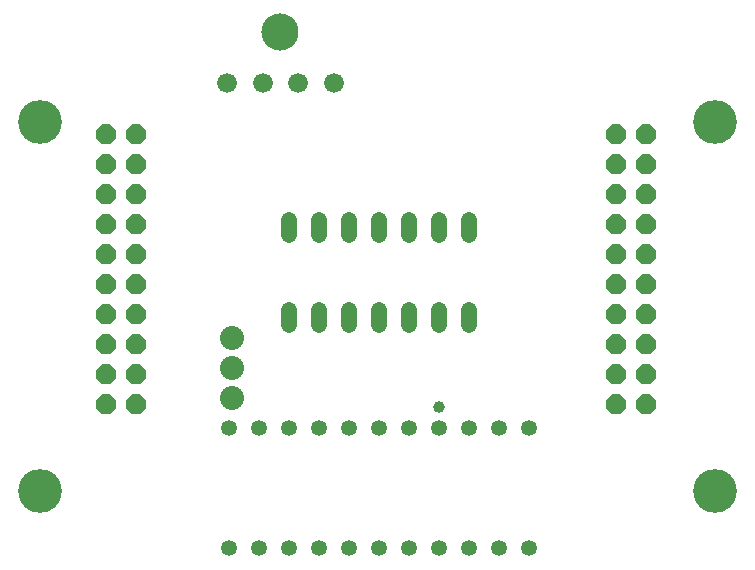
<source format=gbs>
G75*
%MOIN*%
%OFA0B0*%
%FSLAX24Y24*%
%IPPOS*%
%LPD*%
%AMOC8*
5,1,8,0,0,1.08239X$1,22.5*
%
%ADD10OC8,0.0660*%
%ADD11C,0.0800*%
%ADD12C,0.0540*%
%ADD13C,0.0532*%
%ADD14C,0.1460*%
%ADD15C,0.1240*%
%ADD16C,0.0660*%
%ADD17C,0.0397*%
D10*
X062560Y023393D03*
X063560Y023393D03*
X063560Y024393D03*
X062560Y024393D03*
X062560Y025393D03*
X063560Y025393D03*
X063560Y026393D03*
X062560Y026393D03*
X062560Y027393D03*
X063560Y027393D03*
X063560Y028393D03*
X062560Y028393D03*
X062560Y029393D03*
X063560Y029393D03*
X063560Y030393D03*
X062560Y030393D03*
X062560Y031393D03*
X063560Y031393D03*
X063560Y032393D03*
X062560Y032393D03*
X079560Y032393D03*
X080560Y032393D03*
X080560Y031393D03*
X079560Y031393D03*
X079560Y030393D03*
X080560Y030393D03*
X080560Y029393D03*
X079560Y029393D03*
X079560Y028393D03*
X080560Y028393D03*
X080560Y027393D03*
X079560Y027393D03*
X079560Y026393D03*
X080560Y026393D03*
X080560Y025393D03*
X079560Y025393D03*
X079560Y024393D03*
X080560Y024393D03*
X080560Y023393D03*
X079560Y023393D03*
D11*
X066760Y023593D03*
X066760Y024593D03*
X066760Y025593D03*
D12*
X068660Y026053D02*
X068660Y026533D01*
X069660Y026533D02*
X069660Y026053D01*
X070660Y026053D02*
X070660Y026533D01*
X071660Y026533D02*
X071660Y026053D01*
X072660Y026053D02*
X072660Y026533D01*
X073660Y026533D02*
X073660Y026053D01*
X074660Y026053D02*
X074660Y026533D01*
X074660Y029053D02*
X074660Y029533D01*
X073660Y029533D02*
X073660Y029053D01*
X072660Y029053D02*
X072660Y029533D01*
X071660Y029533D02*
X071660Y029053D01*
X070660Y029053D02*
X070660Y029533D01*
X069660Y029533D02*
X069660Y029053D01*
X068660Y029053D02*
X068660Y029533D01*
D13*
X068660Y022593D03*
X069660Y022593D03*
X070660Y022593D03*
X071660Y022593D03*
X072660Y022593D03*
X073660Y022593D03*
X074660Y022593D03*
X075660Y022593D03*
X076660Y022593D03*
X076660Y018593D03*
X075660Y018593D03*
X074660Y018593D03*
X073660Y018593D03*
X072660Y018593D03*
X071660Y018593D03*
X070660Y018593D03*
X069660Y018593D03*
X068660Y018593D03*
X067660Y018593D03*
X066660Y018593D03*
X066660Y022593D03*
X067660Y022593D03*
D14*
X060360Y020493D03*
X082860Y020493D03*
X082860Y032793D03*
X060360Y032793D03*
D15*
X068380Y035793D03*
D16*
X068970Y034093D03*
X067790Y034093D03*
X066610Y034093D03*
X070150Y034093D03*
D17*
X073660Y023293D03*
M02*

</source>
